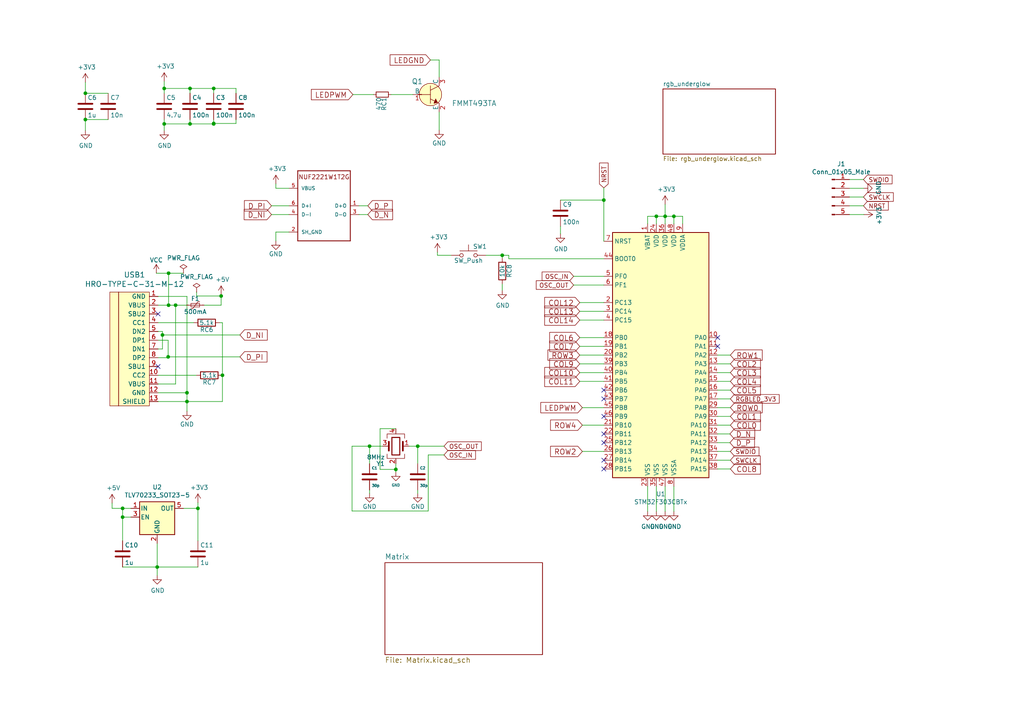
<source format=kicad_sch>
(kicad_sch (version 20211123) (generator eeschema)
  (paper "A4")
  (title_block (title "60% Pcb") (date "2023-07-28") (comment 1 "Designed by Vyom"))
  (lib_symbols
    (symbol "Connector:Conn_01x05_Male" (pin_names (offset 1.016) hide)
      (property "Reference" "J" (at 0 7.62 0))
      (property "Value" "Conn_01x05_Male" (at 0 -7.62 0))
      (symbol "Conn_01x05_Male_1_1"
        (polyline (pts (xy 1.27 -5.08) (xy 0.8636 -5.08)) (stroke (width 0.1524)))
        (polyline (pts (xy 1.27 -2.54) (xy 0.8636 -2.54)) (stroke (width 0.1524)))
        (polyline (pts (xy 1.27 0) (xy 0.8636 0)) (stroke (width 0.1524)))
        (polyline (pts (xy 1.27 2.54) (xy 0.8636 2.54)) (stroke (width 0.1524)))
        (polyline (pts (xy 1.27 5.08) (xy 0.8636 5.08)) (stroke (width 0.1524)))
        (rectangle (start 0.8636 -4.953) (end 0 -5.207) (stroke (width 0.1524)) (fill (type outline)))
        (rectangle (start 0.8636 -2.413) (end 0 -2.667) (stroke (width 0.1524)) (fill (type outline)))
        (rectangle (start 0.8636 0.127) (end 0 -0.127) (stroke (width 0.1524)) (fill (type outline)))
        (rectangle (start 0.8636 2.667) (end 0 2.413) (stroke (width 0.1524)) (fill (type outline)))
        (rectangle (start 0.8636 5.207) (end 0 4.953) (stroke (width 0.1524)) (fill (type outline)))
        (pin passive line (at 5.08 5.08 180) (length 3.81) (name "Pin_1") (number "1"))
        (pin passive line (at 5.08 2.54 180) (length 3.81) (name "Pin_2") (number "2"))
        (pin passive line (at 5.08 0 180) (length 3.81) (name "Pin_3") (number "3"))
        (pin passive line (at 5.08 -2.54 180) (length 3.81) (name "Pin_4") (number "4"))
        (pin passive line (at 5.08 -5.08 180) (length 3.81) (name "Pin_5") (number "5"))
      )
    )
    (symbol "MCU_ST_STM32F3:STM32F303CBTx"
      (property "Reference" "U" (at -15.24 36.83 0))
      (property "Value" "STM32F303CBTx" (at 7.62 36.83 0))
      (symbol "STM32F303CBTx_0_1"
        (rectangle (start -15.24 -35.56) (end 12.7 35.56) (stroke (width 0.254)) (fill (type background)))
      )
      (symbol "STM32F303CBTx_1_1"
        (pin power_in line (at -5.08 38.1 270) (length 2.54) (name "VBAT") (number "1"))
        (pin bidirectional line (at 15.24 5.08 180) (length 2.54) (name "PA0") (number "10"))
        (pin bidirectional line (at 15.24 2.54 180) (length 2.54) (name "PA1") (number "11"))
        (pin bidirectional line (at 15.24 0 180) (length 2.54) (name "PA2") (number "12"))
        (pin bidirectional line (at 15.24 -2.54 180) (length 2.54) (name "PA3") (number "13"))
        (pin bidirectional line (at 15.24 -5.08 180) (length 2.54) (name "PA4") (number "14"))
        (pin bidirectional line (at 15.24 -7.62 180) (length 2.54) (name "PA5") (number "15"))
        (pin bidirectional line (at 15.24 -10.16 180) (length 2.54) (name "PA6") (number "16"))
        (pin bidirectional line (at 15.24 -12.7 180) (length 2.54) (name "PA7") (number "17"))
        (pin bidirectional line (at -17.78 5.08 0) (length 2.54) (name "PB0") (number "18"))
        (pin bidirectional line (at -17.78 2.54 0) (length 2.54) (name "PB1") (number "19"))
        (pin bidirectional line (at -17.78 15.24 0) (length 2.54) (name "PC13") (number "2"))
        (pin bidirectional line (at -17.78 0 0) (length 2.54) (name "PB2") (number "20"))
        (pin bidirectional line (at -17.78 -20.32 0) (length 2.54) (name "PB10") (number "21"))
        (pin bidirectional line (at -17.78 -22.86 0) (length 2.54) (name "PB11") (number "22"))
        (pin power_in line (at -5.08 -38.1 90) (length 2.54) (name "VSS") (number "23"))
        (pin power_in line (at -2.54 38.1 270) (length 2.54) (name "VDD") (number "24"))
        (pin bidirectional line (at -17.78 -25.4 0) (length 2.54) (name "PB12") (number "25"))
        (pin bidirectional line (at -17.78 -27.94 0) (length 2.54) (name "PB13") (number "26"))
        (pin bidirectional line (at -17.78 -30.48 0) (length 2.54) (name "PB14") (number "27"))
        (pin bidirectional line (at -17.78 -33.02 0) (length 2.54) (name "PB15") (number "28"))
        (pin bidirectional line (at 15.24 -15.24 180) (length 2.54) (name "PA8") (number "29"))
        (pin bidirectional line (at -17.78 12.7 0) (length 2.54) (name "PC14") (number "3"))
        (pin bidirectional line (at 15.24 -17.78 180) (length 2.54) (name "PA9") (number "30"))
        (pin bidirectional line (at 15.24 -20.32 180) (length 2.54) (name "PA10") (number "31"))
        (pin bidirectional line (at 15.24 -22.86 180) (length 2.54) (name "PA11") (number "32"))
        (pin bidirectional line (at 15.24 -25.4 180) (length 2.54) (name "PA12") (number "33"))
        (pin bidirectional line (at 15.24 -27.94 180) (length 2.54) (name "PA13") (number "34"))
        (pin power_in line (at -2.54 -38.1 90) (length 2.54) (name "VSS") (number "35"))
        (pin power_in line (at 0 38.1 270) (length 2.54) (name "VDD") (number "36"))
        (pin bidirectional line (at 15.24 -30.48 180) (length 2.54) (name "PA14") (number "37"))
        (pin bidirectional line (at 15.24 -33.02 180) (length 2.54) (name "PA15") (number "38"))
        (pin bidirectional line (at -17.78 -2.54 0) (length 2.54) (name "PB3") (number "39"))
        (pin bidirectional line (at -17.78 10.16 0) (length 2.54) (name "PC15") (number "4"))
        (pin bidirectional line (at -17.78 -5.08 0) (length 2.54) (name "PB4") (number "40"))
        (pin bidirectional line (at -17.78 -7.62 0) (length 2.54) (name "PB5") (number "41"))
        (pin bidirectional line (at -17.78 -10.16 0) (length 2.54) (name "PB6") (number "42"))
        (pin bidirectional line (at -17.78 -12.7 0) (length 2.54) (name "PB7") (number "43"))
        (pin input line (at -17.78 27.94 0) (length 2.54) (name "BOOT0") (number "44"))
        (pin bidirectional line (at -17.78 -15.24 0) (length 2.54) (name "PB8") (number "45"))
        (pin bidirectional line (at -17.78 -17.78 0) (length 2.54) (name "PB9") (number "46"))
        (pin power_in line (at 0 -38.1 90) (length 2.54) (name "VSS") (number "47"))
        (pin power_in line (at 2.54 38.1 270) (length 2.54) (name "VDD") (number "48"))
        (pin input line (at -17.78 22.86 0) (length 2.54) (name "PF0") (number "5"))
        (pin input line (at -17.78 20.32 0) (length 2.54) (name "PF1") (number "6"))
        (pin input line (at -17.78 33.02 0) (length 2.54) (name "NRST") (number "7"))
        (pin power_in line (at 2.54 -38.1 90) (length 2.54) (name "VSSA") (number "8"))
        (pin power_in line (at 5.08 38.1 270) (length 2.54) (name "VDDA") (number "9"))
      )
    )
    (symbol "NUF2221W1T2G:NUF2221W1T2G" (pin_names (offset 1.016))
      (symbol "NUF2221W1T2G_0_0"
        (polyline (pts (xy -7.62 -12.7) (xy -7.62 7.62)) (stroke (width 0.254)))
        (polyline (pts (xy -7.62 7.62) (xy 7.62 7.62)) (stroke (width 0.254)))
        (polyline (pts (xy 7.62 -12.7) (xy -7.62 -12.7)) (stroke (width 0.254)))
        (polyline (pts (xy 7.62 7.62) (xy 7.62 -12.7)) (stroke (width 0.254)))
        (text "NUF2221W1T2G" (at 0 5.08 0) (effects (font (size 1.27 1.27)) (justify bottom)))
        (pin bidirectional line (at 10.16 -2.54 180) (length 2.54) (name "D+O") (number "1"))
        (pin output line (at -10.16 -10.16 0) (length 2.54) (name "SH_GND") (number "2"))
        (pin bidirectional line (at 10.16 -5.08 180) (length 2.54) (name "D-O") (number "3"))
        (pin bidirectional line (at -10.16 -5.08 0) (length 2.54) (name "D-I") (number "4"))
        (pin power_in line (at -10.16 2.54 0) (length 2.54) (name "VBUS") (number "5"))
        (pin bidirectional line (at -10.16 -2.54 0) (length 2.54) (name "D+I") (number "6"))
      )
    )
    (symbol "Type-C:HRO-TYPE-C-31-M-12" (pin_names (offset 1.016))
      (property "Reference" "USB" (at -5.08 16.51 0))
      (property "Value" "Type-C_HRO-TYPE-C-31-M-12" (at -10.16 -1.27 90))
      (symbol "HRO-TYPE-C-31-M-12_0_1"
        (rectangle (start -11.43 15.24) (end -8.89 -17.78) (fill (type background)))
        (rectangle (start 0 -17.78) (end -8.89 15.24) (fill (type background)))
      )
      (symbol "HRO-TYPE-C-31-M-12_1_1"
        (pin input line (at 2.54 13.97 180) (length 2.54) (name "GND") (number "1"))
        (pin input line (at 2.54 -8.89 180) (length 2.54) (name "CC2") (number "10"))
        (pin input line (at 2.54 -11.43 180) (length 2.54) (name "VBUS") (number "11"))
        (pin input line (at 2.54 -13.97 180) (length 2.54) (name "GND") (number "12"))
        (pin input line (at 2.54 -16.51 180) (length 2.54) (name "SHIELD") (number "13"))
        (pin input line (at 2.54 11.43 180) (length 2.54) (name "VBUS") (number "2"))
        (pin input line (at 2.54 8.89 180) (length 2.54) (name "SBU2") (number "3"))
        (pin input line (at 2.54 6.35 180) (length 2.54) (name "CC1") (number "4"))
        (pin input line (at 2.54 3.81 180) (length 2.54) (name "DN2") (number "5"))
        (pin input line (at 2.54 1.27 180) (length 2.54) (name "DP1") (number "6"))
        (pin input line (at 2.54 -1.27 180) (length 2.54) (name "DN1") (number "7"))
        (pin input line (at 2.54 -3.81 180) (length 2.54) (name "DP2") (number "8"))
        (pin input line (at 2.54 -6.35 180) (length 2.54) (name "SBU1") (number "9"))
      )
    )
    (symbol "co60-rescue:C" (pin_numbers hide) (pin_names (offset 0.254))
      (property "Reference" "C" (at 0.635 2.54 0))
      (property "Value" "C" (at 0.635 -2.54 0))
      (symbol "C_0_1"
        (polyline (pts (xy -2.032 -0.762) (xy 2.032 -0.762)) (stroke (width 0.508)))
        (polyline (pts (xy -2.032 0.762) (xy 2.032 0.762)) (stroke (width 0.508)))
      )
      (symbol "C_1_1"
        (pin passive line (at 0 3.81 270) (length 2.794) (name "~") (number "1"))
        (pin passive line (at 0 -3.81 90) (length 2.794) (name "~") (number "2"))
      )
    )
    (symbol "co60-rescue:Crystal_GND24" (pin_names (offset 1.016) hide)
      (property "Reference" "Y" (at 3.175 5.08 0))
      (property "Value" "Crystal_GND24" (at 3.175 3.175 0))
      (symbol "Crystal_GND24_0_1"
        (rectangle (start -1.143 2.54) (end 1.143 -2.54) (stroke (width 0.3048)))
        (polyline (pts (xy -2.54 0) (xy -2.032 0)))
        (polyline (pts (xy -2.032 -1.27) (xy -2.032 1.27)) (stroke (width 0.508)))
        (polyline (pts (xy 0 -3.81) (xy 0 -3.556)))
        (polyline (pts (xy 0 3.556) (xy 0 3.81)))
        (polyline (pts (xy 2.032 -1.27) (xy 2.032 1.27)) (stroke (width 0.508)))
        (polyline (pts (xy 2.032 0) (xy 2.54 0)))
        (polyline (pts (xy -2.54 -2.286) (xy -2.54 -3.556) (xy 2.54 -3.556) (xy 2.54 -2.286)))
        (polyline (pts (xy -2.54 2.286) (xy -2.54 3.556) (xy 2.54 3.556) (xy 2.54 2.286)))
      )
      (symbol "Crystal_GND24_1_1"
        (pin passive line (at -3.81 0 0) (length 1.27) (name "1") (number "1"))
        (pin passive line (at 0 5.08 270) (length 1.27) (name "2") (number "2"))
        (pin passive line (at 3.81 0 180) (length 1.27) (name "3") (number "3"))
        (pin passive line (at 0 -5.08 90) (length 1.27) (name "4") (number "4"))
      )
    )
    (symbol "co60-rescue:Polyfuse_Small" (pin_numbers hide) (pin_names (offset 0))
      (property "Reference" "F" (at -1.905 0 90))
      (property "Value" "Polyfuse_Small" (at 1.905 0 90))
      (symbol "Polyfuse_Small_0_1"
        (rectangle (start -0.508 1.27) (end 0.508 -1.27))
        (polyline (pts (xy 0 2.54) (xy 0 -2.54)))
        (polyline (pts (xy -1.016 1.27) (xy -1.016 0.762) (xy 1.016 -0.762) (xy 1.016 -1.27)))
      )
      (symbol "Polyfuse_Small_1_1"
        (pin passive line (at 0 2.54 270) (length 0.635) (name "~") (number "1"))
        (pin passive line (at 0 -2.54 90) (length 0.635) (name "~") (number "2"))
      )
    )
    (symbol "co60-rescue:R" (pin_numbers hide) (pin_names (offset 0))
      (property "Reference" "R" (at 2.032 0 90))
      (property "Value" "R" (at 0 0 90))
      (symbol "R_0_1"
        (rectangle (start -1.016 -2.54) (end 1.016 2.54) (stroke (width 0.254)))
      )
      (symbol "R_1_1"
        (pin passive line (at 0 3.81 270) (length 1.27) (name "~") (number "1"))
        (pin passive line (at 0 -3.81 90) (length 1.27) (name "~") (number "2"))
      )
    )
    (symbol "co60-rescue:R_Small" (pin_numbers hide) (pin_names (offset 0.254) hide)
      (property "Reference" "R" (at 0.762 0.508 0))
      (property "Value" "R_Small" (at 0.762 -1.016 0))
      (symbol "R_Small_0_1"
        (rectangle (start -0.762 1.778) (end 0.762 -1.778) (stroke (width 0.2032)))
      )
      (symbol "R_Small_1_1"
        (pin passive line (at 0 2.54 270) (length 0.762) (name "~") (number "1"))
        (pin passive line (at 0 -2.54 90) (length 0.762) (name "~") (number "2"))
      )
    )
    (symbol "co60-rescue:SW_Push" (pin_numbers hide) (pin_names (offset 1.016) hide)
      (property "Reference" "SW" (at 1.27 2.54 0))
      (property "Value" "SW_Push" (at 0 -1.524 0))
      (symbol "SW_Push_0_1"
        (circle (center -2.032 0) (radius 0.508))
        (polyline (pts (xy 0 1.27) (xy 0 3.048)))
        (polyline (pts (xy 2.54 1.27) (xy -2.54 1.27)))
        (circle (center 2.032 0) (radius 0.508))
        (pin passive line (at -5.08 0 0) (length 2.54) (name "1") (number "1"))
        (pin passive line (at 5.08 0 180) (length 2.54) (name "2") (number "2"))
      )
    )
    (symbol "co60-rescue:TLV70233_SOT23-5-Regulator_Linear" (pin_names (offset 0.254))
      (property "Reference" "U" (at -3.81 5.715 0))
      (property "Value" "TLV70233_SOT23-5-Regulator_Linear" (at 0 5.715 0))
      (symbol "TLV70233_SOT23-5-Regulator_Linear_0_1"
        (rectangle (start -5.08 4.445) (end 5.08 -5.08) (stroke (width 0.254)) (fill (type background)))
      )
      (symbol "TLV70233_SOT23-5-Regulator_Linear_1_1"
        (pin power_in line (at -7.62 2.54 0) (length 2.54) (name "IN") (number "1"))
        (pin power_in line (at 0 -7.62 90) (length 2.54) (name "GND") (number "2"))
        (pin input line (at -7.62 0 0) (length 2.54) (name "EN") (number "3"))
        (pin no_connect line (at 7.62 0 180) (length 2.54) hide (name "NC") (number "4"))
        (pin power_out line (at 7.62 2.54 180) (length 2.54) (name "OUT") (number "5"))
      )
    )
    (symbol "dk_Transistors-Bipolar-BJT-Single:FMMT493TA" (pin_names (offset 0))
      (property "Reference" "Q" (at -3.2004 4.2164 0))
      (property "Value" "dk_Transistors-Bipolar-BJT-Single_FMMT493TA" (at 5.2324 0 90))
      (symbol "FMMT493TA_0_1"
        (polyline (pts (xy -3.81 0) (xy -2.54 0)))
        (polyline (pts (xy -3.556 0) (xy 0 0)))
        (polyline (pts (xy 0 -1.27) (xy 2.54 -2.54)))
        (polyline (pts (xy 0 1.27) (xy 2.54 2.54)))
        (polyline (pts (xy 0 2.54) (xy 0 -2.54)))
        (polyline (pts (xy 1.524 -1.27) (xy 2.032 -2.286) (xy 1.016 -2.54) (xy 1.524 -1.27)) (fill (type outline)))
        (circle (center 0 0) (radius 3.2512) (fill (type background)))
      )
      (symbol "FMMT493TA_1_1"
        (pin input line (at -5.08 0 0) (length 2.54) (name "B") (number "1"))
        (pin passive line (at 2.54 -5.08 90) (length 2.54) (name "E") (number "2"))
        (pin passive line (at 2.54 5.08 270) (length 2.54) (name "C") (number "3"))
      )
    )
    (symbol "power:+3.3V" (power) (pin_names (offset 0))
      (property "Value" "+3.3V" (at 0 3.556 0))
      (symbol "+3.3V_0_1"
        (polyline (pts (xy -0.762 1.27) (xy 0 2.54)))
        (polyline (pts (xy 0 0) (xy 0 2.54)))
        (polyline (pts (xy 0 2.54) (xy 0.762 1.27)))
      )
      (symbol "+3.3V_1_1"
        (pin power_in line (at 0 0 90) (length 0) hide (name "+3V3") (number "1"))
      )
    )
    (symbol "power:+5V" (power) (pin_names (offset 0))
      (property "Value" "+5V" (at 0 3.556 0))
      (symbol "+5V_0_1"
        (polyline (pts (xy -0.762 1.27) (xy 0 2.54)))
        (polyline (pts (xy 0 0) (xy 0 2.54)))
        (polyline (pts (xy 0 2.54) (xy 0.762 1.27)))
      )
      (symbol "+5V_1_1"
        (pin power_in line (at 0 0 90) (length 0) hide (name "+5V") (number "1"))
      )
    )
    (symbol "power:GND" (power) (pin_names (offset 0))
      (property "Value" "GND" (at 0 -3.81 0))
      (symbol "GND_0_1"
        (polyline (pts (xy 0 0) (xy 0 -1.27) (xy 1.27 -1.27) (xy 0 -2.54) (xy -1.27 -1.27) (xy 0 -1.27)))
      )
      (symbol "GND_1_1"
        (pin power_in line (at 0 0 270) (length 0) hide (name "GND") (number "1"))
      )
    )
    (symbol "power:PWR_FLAG" (power) (pin_numbers hide) (pin_names (offset 0) hide)
      (property "Value" "PWR_FLAG" (at 0 3.81 0))
      (symbol "PWR_FLAG_0_0"
        (pin power_out line (at 0 0 90) (length 0) (name "pwr") (number "1"))
      )
      (symbol "PWR_FLAG_0_1"
        (polyline (pts (xy 0 0) (xy 0 1.27) (xy -1.016 1.905) (xy 0 2.54) (xy 1.016 1.905) (xy 0 1.27)))
      )
    )
    (symbol "power:VCC" (power) (pin_names (offset 0))
      (property "Value" "VCC" (at 0 3.81 0))
      (symbol "VCC_0_1"
        (polyline (pts (xy -0.762 1.27) (xy 0 2.54)))
        (polyline (pts (xy 0 0) (xy 0 2.54)))
        (polyline (pts (xy 0 2.54) (xy 0.762 1.27)))
      )
      (symbol "VCC_1_1"
        (pin power_in line (at 0 0 90) (length 0) hide (name "VCC") (number "1"))
      )
    )
  )
  (junction (at 24.765 34.671))
  (junction (at 50.927 88.519))
  (junction (at 55.118 25.654))
  (junction (at 35.56 149.987))
  (junction (at 121.158 129.413))
  (junction (at 195.453 62.738))
  (junction (at 54.229 116.459))
  (junction (at 61.976 25.654))
  (junction (at 145.669 74.041))
  (junction (at 61.976 35.814))
  (junction (at 57.404 147.447))
  (junction (at 64.516 108.839))
  (junction (at 190.373 62.738))
  (junction (at 55.118 35.941))
  (junction (at 47.117 97.155))
  (junction (at 61.976 35.941))
  (junction (at 64.135 85.852))
  (junction (at 175.133 58.039))
  (junction (at 47.625 25.654))
  (junction (at 114.808 136.144))
  (junction (at 45.593 164.465))
  (junction (at 47.625 35.941))
  (junction (at 24.765 27.051))
  (junction (at 107.188 129.413))
  (junction (at 35.56 147.447))
  (junction (at 48.768 103.505))
  (junction (at 192.913 62.738))
  (junction (at 48.895 88.519))
  (junction (at 54.229 113.919))
  (junction (at 48.895 79.248))
  (no_connect (at 175.133 113.157))
  (no_connect (at 175.133 136.017))
  (no_connect (at 208.153 97.917))
  (no_connect (at 45.847 91.059))
  (no_connect (at 175.133 133.477))
  (no_connect (at 175.133 115.697))
  (no_connect (at 45.847 106.299))
  (no_connect (at 175.133 125.857))
  (no_connect (at 208.153 100.457))
  (no_connect (at 175.133 128.397))
  (no_connect (at 175.133 120.777))
  (wire (pts (xy 64.516 116.459) (xy 54.229 116.459)))
  (wire (pts (xy 80.01 54.61) (xy 83.82 54.61)))
  (wire (pts (xy 50.927 88.519) (xy 50.927 111.379)))
  (wire (pts (xy 104.14 62.23) (xy 106.68 62.23)))
  (wire (pts (xy 126.873 74.041) (xy 126.873 73.152)))
  (wire (pts (xy 61.976 35.941) (xy 55.118 35.941)))
  (wire (pts (xy 107.188 129.413) (xy 110.998 129.413)))
  (wire (pts (xy 102.108 129.413) (xy 102.108 148.209)))
  (wire (pts (xy 47.117 96.139) (xy 47.117 97.155)))
  (wire (pts (xy 187.833 62.738) (xy 190.373 62.738)))
  (wire (pts (xy 104.14 59.69) (xy 106.68 59.69)))
  (wire (pts (xy 162.56 65.659) (xy 162.56 67.818)))
  (wire (pts (xy 50.927 88.519) (xy 54.102 88.519)))
  (wire (pts (xy 83.82 62.23) (xy 78.74 62.23)))
  (wire (pts (xy 53.213 79.248) (xy 48.895 79.248)))
  (wire (pts (xy 48.895 88.519) (xy 50.927 88.519)))
  (wire (pts (xy 47.625 25.654) (xy 47.625 27.051)))
  (wire (pts (xy 190.373 64.897) (xy 190.373 62.738)))
  (wire (pts (xy 64.516 93.599) (xy 64.516 108.839)))
  (wire (pts (xy 211.836 136.017) (xy 208.153 136.017)))
  (wire (pts (xy 114.808 134.493) (xy 114.808 136.144)))
  (wire (pts (xy 45.847 103.759) (xy 48.768 103.759)))
  (wire (pts (xy 102.108 129.413) (xy 107.188 129.413)))
  (wire (pts (xy 168.91 123.317) (xy 175.133 123.317)))
  (wire (pts (xy 208.153 125.857) (xy 211.709 125.857)))
  (wire (pts (xy 45.593 164.465) (xy 45.593 166.878)))
  (wire (pts (xy 208.153 128.397) (xy 211.709 128.397)))
  (wire (pts (xy 166.37 82.677) (xy 175.133 82.677)))
  (wire (pts (xy 45.847 113.919) (xy 54.229 113.919)))
  (wire (pts (xy 68.453 25.654) (xy 61.976 25.654)))
  (wire (pts (xy 24.765 23.876) (xy 24.765 27.051)))
  (wire (pts (xy 168.148 102.997) (xy 175.133 102.997)))
  (wire (pts (xy 168.148 110.617) (xy 175.133 110.617)))
  (wire (pts (xy 110.236 136.144) (xy 114.808 136.144)))
  (wire (pts (xy 208.153 133.477) (xy 211.836 133.477)))
  (wire (pts (xy 118.618 129.413) (xy 121.158 129.413)))
  (wire (pts (xy 69.596 103.505) (xy 48.768 103.505)))
  (wire (pts (xy 35.56 156.845) (xy 35.56 149.987)))
  (wire (pts (xy 47.625 34.671) (xy 47.625 35.941)))
  (wire (pts (xy 197.993 62.738) (xy 195.453 62.738)))
  (wire (pts (xy 208.153 123.317) (xy 211.836 123.317)))
  (wire (pts (xy 113.411 27.432) (xy 119.761 27.432)))
  (wire (pts (xy 208.153 120.777) (xy 211.836 120.777)))
  (wire (pts (xy 83.82 59.69) (xy 78.74 59.69)))
  (wire (pts (xy 211.836 110.617) (xy 208.153 110.617)))
  (wire (pts (xy 45.847 116.459) (xy 54.229 116.459)))
  (wire (pts (xy 124.206 148.209) (xy 124.206 131.953)))
  (wire (pts (xy 102.108 148.209) (xy 124.206 148.209)))
  (wire (pts (xy 57.404 164.465) (xy 45.593 164.465)))
  (wire (pts (xy 195.453 141.097) (xy 195.453 148.336)))
  (wire (pts (xy 121.158 142.113) (xy 121.158 143.129)))
  (wire (pts (xy 53.213 147.447) (xy 57.404 147.447)))
  (wire (pts (xy 114.808 124.333) (xy 110.236 124.333)))
  (wire (pts (xy 208.153 118.237) (xy 211.836 118.237)))
  (wire (pts (xy 35.56 147.447) (xy 37.973 147.447)))
  (wire (pts (xy 61.976 34.671) (xy 61.976 35.814)))
  (wire (pts (xy 195.453 64.897) (xy 195.453 62.738)))
  (wire (pts (xy 31.369 27.051) (xy 24.765 27.051)))
  (wire (pts (xy 127.381 17.399) (xy 127.381 22.352)))
  (wire (pts (xy 102.362 27.432) (xy 108.331 27.432)))
  (wire (pts (xy 107.188 142.113) (xy 107.188 143.129)))
  (wire (pts (xy 69.596 97.155) (xy 47.117 97.155)))
  (wire (pts (xy 35.56 149.987) (xy 35.56 147.447)))
  (wire (pts (xy 168.148 87.757) (xy 175.133 87.757)))
  (wire (pts (xy 124.841 17.399) (xy 127.381 17.399)))
  (wire (pts (xy 246.38 62.23) (xy 250.571 62.23)))
  (wire (pts (xy 57.023 84.709) (xy 57.023 85.852)))
  (wire (pts (xy 55.118 35.941) (xy 47.625 35.941)))
  (wire (pts (xy 47.625 35.941) (xy 47.625 37.846)))
  (wire (pts (xy 197.993 64.897) (xy 197.993 62.738)))
  (wire (pts (xy 45.847 98.679) (xy 48.768 98.679)))
  (wire (pts (xy 64.516 108.839) (xy 64.516 116.459)))
  (wire (pts (xy 168.148 92.837) (xy 175.133 92.837)))
  (wire (pts (xy 37.973 149.987) (xy 35.56 149.987)))
  (wire (pts (xy 64.135 85.471) (xy 64.135 85.852)))
  (wire (pts (xy 187.833 141.097) (xy 187.833 148.336)))
  (wire (pts (xy 24.765 34.671) (xy 24.765 37.846)))
  (wire (pts (xy 211.836 102.997) (xy 208.153 102.997)))
  (wire (pts (xy 45.593 157.607) (xy 45.593 164.465)))
  (wire (pts (xy 32.512 147.447) (xy 35.56 147.447)))
  (wire (pts (xy 195.453 62.738) (xy 192.913 62.738)))
  (wire (pts (xy 130.81 74.041) (xy 126.873 74.041)))
  (wire (pts (xy 140.97 74.041) (xy 145.669 74.041)))
  (wire (pts (xy 59.182 88.519) (xy 64.135 88.519)))
  (wire (pts (xy 246.38 59.69) (xy 250.444 59.69)))
  (wire (pts (xy 246.38 52.07) (xy 250.444 52.07)))
  (wire (pts (xy 45.847 96.139) (xy 47.117 96.139)))
  (wire (pts (xy 68.453 35.814) (xy 61.976 35.814)))
  (wire (pts (xy 168.91 130.937) (xy 175.133 130.937)))
  (wire (pts (xy 35.56 164.465) (xy 45.593 164.465)))
  (wire (pts (xy 121.158 129.413) (xy 128.778 129.413)))
  (wire (pts (xy 80.01 67.31) (xy 80.01 69.85)))
  (wire (pts (xy 175.133 58.039) (xy 162.56 58.039)))
  (wire (pts (xy 68.453 34.671) (xy 68.453 35.814)))
  (wire (pts (xy 45.847 88.519) (xy 48.895 88.519)))
  (wire (pts (xy 55.118 27.051) (xy 55.118 25.654)))
  (wire (pts (xy 57.404 147.447) (xy 57.404 145.796)))
  (wire (pts (xy 114.808 136.144) (xy 114.808 136.906)))
  (wire (pts (xy 68.453 27.051) (xy 68.453 25.654)))
  (wire (pts (xy 45.339 79.248) (xy 48.895 79.248)))
  (wire (pts (xy 48.768 103.505) (xy 48.768 103.759)))
  (wire (pts (xy 57.023 85.852) (xy 64.135 85.852)))
  (wire (pts (xy 45.847 85.979) (xy 54.229 85.979)))
  (wire (pts (xy 192.913 62.738) (xy 192.913 59.309)))
  (wire (pts (xy 246.38 57.15) (xy 250.444 57.15)))
  (wire (pts (xy 80.01 53.34) (xy 80.01 54.61)))
  (wire (pts (xy 211.836 108.077) (xy 208.153 108.077)))
  (wire (pts (xy 47.625 23.622) (xy 47.625 25.654)))
  (wire (pts (xy 166.37 80.137) (xy 175.133 80.137)))
  (wire (pts (xy 107.188 129.413) (xy 107.188 134.493)))
  (wire (pts (xy 47.117 97.155) (xy 47.117 101.219)))
  (wire (pts (xy 187.833 64.897) (xy 187.833 62.738)))
  (wire (pts (xy 121.158 134.493) (xy 121.158 129.413)))
  (wire (pts (xy 208.153 115.697) (xy 211.836 115.697)))
  (wire (pts (xy 63.754 93.599) (xy 64.516 93.599)))
  (wire (pts (xy 147.574 75.057) (xy 147.574 74.041)))
  (wire (pts (xy 55.118 25.654) (xy 47.625 25.654)))
  (wire (pts (xy 190.373 141.097) (xy 190.373 148.336)))
  (wire (pts (xy 54.229 116.459) (xy 54.229 119.253)))
  (wire (pts (xy 61.976 27.051) (xy 61.976 25.654)))
  (wire (pts (xy 192.913 64.897) (xy 192.913 62.738)))
  (wire (pts (xy 168.148 90.297) (xy 175.133 90.297)))
  (wire (pts (xy 110.236 124.333) (xy 110.236 136.144)))
  (wire (pts (xy 175.133 69.977) (xy 175.133 58.039)))
  (wire (pts (xy 45.847 93.599) (xy 56.134 93.599)))
  (wire (pts (xy 54.229 113.919) (xy 54.229 116.459)))
  (wire (pts (xy 145.669 74.041) (xy 145.669 74.803)))
  (wire (pts (xy 211.836 113.157) (xy 208.153 113.157)))
  (wire (pts (xy 168.148 97.917) (xy 175.133 97.917)))
  (wire (pts (xy 45.847 111.379) (xy 50.927 111.379)))
  (wire (pts (xy 64.135 85.852) (xy 64.135 88.519)))
  (wire (pts (xy 83.82 67.31) (xy 80.01 67.31)))
  (wire (pts (xy 175.133 118.237) (xy 168.91 118.237)))
  (wire (pts (xy 192.913 141.097) (xy 192.913 148.336)))
  (wire (pts (xy 57.404 156.845) (xy 57.404 147.447)))
  (wire (pts (xy 54.229 85.979) (xy 54.229 113.919)))
  (wire (pts (xy 31.369 34.671) (xy 24.765 34.671)))
  (wire (pts (xy 246.38 54.61) (xy 250.444 54.61)))
  (wire (pts (xy 208.153 130.937) (xy 211.836 130.937)))
  (wire (pts (xy 168.148 100.457) (xy 175.133 100.457)))
  (wire (pts (xy 147.574 74.041) (xy 145.669 74.041)))
  (wire (pts (xy 190.373 62.738) (xy 192.913 62.738)))
  (wire (pts (xy 48.768 98.679) (xy 48.768 103.505)))
  (wire (pts (xy 168.148 108.077) (xy 175.133 108.077)))
  (wire (pts (xy 127.381 32.512) (xy 127.381 37.719)))
  (wire (pts (xy 145.669 82.423) (xy 145.669 84.201)))
  (wire (pts (xy 55.118 34.671) (xy 55.118 35.941)))
  (wire (pts (xy 32.512 145.923) (xy 32.512 147.447)))
  (wire (pts (xy 175.133 75.057) (xy 147.574 75.057)))
  (wire (pts (xy 45.847 101.219) (xy 47.117 101.219)))
  (wire (pts (xy 175.133 54.483) (xy 175.133 58.039)))
  (wire (pts (xy 45.847 108.839) (xy 56.896 108.839)))
  (wire (pts (xy 61.976 35.814) (xy 61.976 35.941)))
  (wire (pts (xy 124.206 131.953) (xy 128.778 131.953)))
  (wire (pts (xy 61.976 25.654) (xy 55.118 25.654)))
  (wire (pts (xy 168.148 105.537) (xy 175.133 105.537)))
  (wire (pts (xy 208.153 105.537) (xy 211.836 105.537)))
  (wire (pts (xy 48.895 79.248) (xy 48.895 88.519)))
  (global_label "COL7" (shape input) (at 168.148 100.457 180) (effects (font (size 1.524 1.524))) (property "Intersheet References" "${INTERSHEET_REFS}" (effects hide)))
  (global_label "COL4" (shape input) (at 211.836 110.617 0) (effects (font (size 1.524 1.524))) (property "Intersheet References" "${INTERSHEET_REFS}" (effects hide)))
  (global_label "LEDPWM" (shape input) (at 168.91 118.237 180) (effects (font (size 1.524 1.524))) (property "Intersheet References" "${INTERSHEET_REFS}" (effects hide)))
  (global_label "NRST" (shape input) (at 250.444 59.69 0) (property "Intersheet References" "${INTERSHEET_REFS}" (effects hide)))
  (global_label "COL8" (shape input) (at 211.836 136.017 0) (effects (font (size 1.524 1.524))) (property "Intersheet References" "${INTERSHEET_REFS}" (effects hide)))
  (global_label "ROW2" (shape input) (at 168.91 130.937 180) (effects (font (size 1.524 1.524))) (property "Intersheet References" "${INTERSHEET_REFS}" (effects hide)))
  (global_label "COL6" (shape input) (at 168.148 97.917 180) (effects (font (size 1.524 1.524))) (property "Intersheet References" "${INTERSHEET_REFS}" (effects hide)))
  (global_label "COL3" (shape input) (at 211.836 108.077 0) (effects (font (size 1.524 1.524))) (property "Intersheet References" "${INTERSHEET_REFS}" (effects hide)))
  (global_label "D_PI" (shape input) (at 78.74 59.69 180) (effects (font (size 1.524 1.524))) (property "Intersheet References" "${INTERSHEET_REFS}" (effects hide)))
  (global_label "OSC_OUT" (shape input) (at 128.778 129.413 0) (property "Intersheet References" "${INTERSHEET_REFS}" (effects hide)))
  (global_label "D_NI" (shape input) (at 78.74 62.23 180) (effects (font (size 1.524 1.524))) (property "Intersheet References" "${INTERSHEET_REFS}" (effects hide)))
  (global_label "SWCLK" (shape input) (at 211.836 133.477 0) (property "Intersheet References" "${INTERSHEET_REFS}" (effects hide)))
  (global_label "COL10" (shape input) (at 168.148 108.077 180) (effects (font (size 1.524 1.524))) (property "Intersheet References" "${INTERSHEET_REFS}" (effects hide)))
  (global_label "COL5" (shape input) (at 211.836 113.157 0) (effects (font (size 1.524 1.524))) (property "Intersheet References" "${INTERSHEET_REFS}" (effects hide)))
  (global_label "D_N" (shape input) (at 106.68 62.23 0) (effects (font (size 1.524 1.524))) (property "Intersheet References" "${INTERSHEET_REFS}" (effects hide)))
  (global_label "ROW4" (shape input) (at 168.91 123.317 180) (effects (font (size 1.524 1.524))) (property "Intersheet References" "${INTERSHEET_REFS}" (effects hide)))
  (global_label "SWDIO" (shape input) (at 211.836 130.937 0) (property "Intersheet References" "${INTERSHEET_REFS}" (effects hide)))
  (global_label "COL0" (shape input) (at 211.836 123.317 0) (effects (font (size 1.524 1.524))) (property "Intersheet References" "${INTERSHEET_REFS}" (effects hide)))
  (global_label "D_N" (shape input) (at 211.709 125.857 0) (effects (font (size 1.524 1.524))) (property "Intersheet References" "${INTERSHEET_REFS}" (effects hide)))
  (global_label "D_NI" (shape input) (at 69.596 97.155 0) (effects (font (size 1.524 1.524))) (property "Intersheet References" "${INTERSHEET_REFS}" (effects hide)))
  (global_label "D_P" (shape input) (at 106.68 59.69 0) (effects (font (size 1.524 1.524))) (property "Intersheet References" "${INTERSHEET_REFS}" (effects hide)))
  (global_label "LEDPWM" (shape input) (at 102.362 27.432 180) (effects (font (size 1.524 1.524))) (property "Intersheet References" "${INTERSHEET_REFS}" (effects hide)))
  (global_label "ROW0" (shape input) (at 211.836 118.237 0) (effects (font (size 1.524 1.524))) (property "Intersheet References" "${INTERSHEET_REFS}" (effects hide)))
  (global_label "ROW1" (shape input) (at 211.836 102.997 0) (effects (font (size 1.524 1.524))) (property "Intersheet References" "${INTERSHEET_REFS}" (effects hide)))
  (global_label "RGBLED_3V3" (shape input) (at 211.836 115.697 0) (property "Intersheet References" "${INTERSHEET_REFS}" (effects hide)))
  (global_label "LEDGND" (shape input) (at 124.841 17.399 180) (effects (font (size 1.524 1.524))) (property "Intersheet References" "${INTERSHEET_REFS}" (effects hide)))
  (global_label "SWCLK" (shape input) (at 250.444 57.15 0) (property "Intersheet References" "${INTERSHEET_REFS}" (effects hide)))
  (global_label "SWDIO" (shape input) (at 250.444 52.07 0) (property "Intersheet References" "${INTERSHEET_REFS}" (effects hide)))
  (global_label "COL13" (shape input) (at 168.148 90.297 180) (effects (font (size 1.524 1.524))) (property "Intersheet References" "${INTERSHEET_REFS}" (effects hide)))
  (global_label "COL2" (shape input) (at 211.836 105.537 0) (effects (font (size 1.524 1.524))) (property "Intersheet References" "${INTERSHEET_REFS}" (effects hide)))
  (global_label "COL11" (shape input) (at 168.148 110.617 180) (effects (font (size 1.524 1.524))) (property "Intersheet References" "${INTERSHEET_REFS}" (effects hide)))
  (global_label "D_PI" (shape input) (at 69.596 103.505 0) (effects (font (size 1.524 1.524))) (property "Intersheet References" "${INTERSHEET_REFS}" (effects hide)))
  (global_label "D_P" (shape input) (at 211.709 128.397 0) (effects (font (size 1.524 1.524))) (property "Intersheet References" "${INTERSHEET_REFS}" (effects hide)))
  (global_label "NRST" (shape input) (at 175.133 54.483 90) (property "Intersheet References" "${INTERSHEET_REFS}" (effects hide)))
  (global_label "OSC_OUT" (shape input) (at 166.37 82.677 180) (property "Intersheet References" "${INTERSHEET_REFS}" (effects hide)))
  (global_label "OSC_IN" (shape input) (at 128.778 131.953 0) (property "Intersheet References" "${INTERSHEET_REFS}" (effects hide)))
  (global_label "COL14" (shape input) (at 168.148 92.837 180) (effects (font (size 1.524 1.524))) (property "Intersheet References" "${INTERSHEET_REFS}" (effects hide)))
  (global_label "COL9" (shape input) (at 168.148 105.537 180) (effects (font (size 1.524 1.524))) (property "Intersheet References" "${INTERSHEET_REFS}" (effects hide)))
  (global_label "COL12" (shape input) (at 168.148 87.757 180) (effects (font (size 1.524 1.524))) (property "Intersheet References" "${INTERSHEET_REFS}" (effects hide)))
  (global_label "ROW3" (shape input) (at 168.148 102.997 180) (effects (font (size 1.524 1.524))) (property "Intersheet References" "${INTERSHEET_REFS}" (effects hide)))
  (global_label "COL1" (shape input) (at 211.836 120.777 0) (effects (font (size 1.524 1.524))) (property "Intersheet References" "${INTERSHEET_REFS}" (effects hide)))
  (global_label "OSC_IN" (shape input) (at 166.37 80.137 180) (property "Intersheet References" "${INTERSHEET_REFS}" (effects hide)))
  (symbol (lib_id "co60-rescue:C") (at 107.188 138.303 0) (unit 1)
    (property "Reference" "C1" (at 107.823 135.763 0) (effects (font (size 0.762 0.762)) (justify left)))
    (property "Value" "30p" (at 107.823 140.843 0) (effects (font (size 0.762 0.762)) (justify left)))
    (property "Footprint" "Capacitor_SMD:C_0603_1608Metric" (effects hide))
    (property "Datasheet" "https://datasheet.lcsc.com/szlcsc/Samsung-Electro-Mechanics-CL10C300JB8NNNC_C22397.pdf" (effects hide))
    (property "Product" "CL10C300JB8NNNC" (effects hide))
    (property "LCSC PN" "C22397" (effects hide))
  )
  (symbol (lib_id "co60-rescue:C") (at 121.158 138.303 0) (unit 1)
    (property "Reference" "C2" (at 121.793 135.763 0) (effects (font (size 0.762 0.762)) (justify left)))
    (property "Value" "30p" (at 121.793 140.843 0) (effects (font (size 0.762 0.762)) (justify left)))
    (property "Footprint" "Capacitor_SMD:C_0603_1608Metric" (effects hide))
    (property "Datasheet" "https://datasheet.lcsc.com/szlcsc/Samsung-Electro-Mechanics-CL10C300JB8NNNC_C22397.pdf" (effects hide))
    (property "Product" "CL10C300JB8NNNC" (effects hide))
    (property "LCSC PN" "C22397" (effects hide))
  )
  (symbol (lib_id "power:GND") (at 121.158 143.129 0) (unit 1)
    (property "Reference" "#PWR01" (effects hide))
    (property "Value" "GND" (at 121.158 146.939 0))
  )
  (symbol (lib_id "power:GND") (at 107.188 143.129 0) (unit 1)
    (property "Reference" "#PWR02" (effects hide))
    (property "Value" "GND" (at 107.188 146.939 0))
  )
  (symbol (lib_id "power:GND") (at 127.381 37.719 0) (unit 1)
    (property "Reference" "#PWR010" (effects hide))
    (property "Value" "GND" (at 127.381 41.529 0))
  )
  (symbol (lib_id "co60-rescue:R_Small") (at 110.871 27.432 270) (unit 1)
    (property "Reference" "RC1" (at 111.379 28.194 0) (effects (justify left)))
    (property "Value" "470" (at 109.855 28.194 0) (effects (justify left)))
    (property "Footprint" "Resistor_SMD:R_0603_1608Metric" (effects hide))
    (property "Datasheet" "https://datasheet.lcsc.com/szlcsc/YAGEO-RC0603JR-07470RL_C114433.pdf" (effects hide))
    (property "Product" "RC0603JR-07470RL" (effects hide))
    (property "LCSC PN" "C114433" (effects hide))
  )
  (symbol (lib_id "co60-rescue:Crystal_GND24") (at 114.808 129.413 180) (unit 1)
    (property "Reference" "Y1" (at 111.633 134.493 0) (effects (justify left)))
    (property "Value" "8MHz" (at 111.633 132.588 0) (effects (justify left)))
    (property "Footprint" "Crystals:Crystal_SMD_5032-4pin_5.0x3.2mm" (effects hide))
    (property "Datasheet" "https://lcsc.com/product-detail/SMD-Crystals_SMD-5032-4P-8M-20pf-20ppm_C133333.html" (effects hide))
    (property "Product" "Zhejiang Abel Elec SMD-5032_4P8M20pf20ppm" (effects hide))
    (property "LCSC PN" "C133333" (effects hide))
  )
  (symbol (lib_id "dk_Transistors-Bipolar-BJT-Single:FMMT493TA") (at 124.841 27.432 0) (unit 1)
    (property "Reference" "Q1" (at 121.031 23.622 0) (effects (font (size 1.524 1.524))))
    (property "Value" "FMMT493TA" (at 137.541 29.972 0) (effects (font (size 1.524 1.524))))
    (property "Footprint" "digikey-footprints:SOT-23-3" (effects hide))
    (property "Datasheet" "https://www.diodes.com/assets/Datasheets/FMMT493.pdf" (effects hide))
    (property "Digi-Key_PN" "FMMT493CT-ND" (effects hide))
    (property "MPN" "FMMT493TA" (effects hide))
    (property "Category" "Discrete Semiconductor Products" (effects hide))
    (property "Family" "Transistors - Bipolar (BJT) - Single" (effects hide))
    (property "DK_Datasheet_Link" "https://www.diodes.com/assets/Datasheets/FMMT493.pdf" (effects hide))
    (property "DK_Detail_Page" "/product-detail/en/diodes-incorporated/FMMT493TA/FMMT493CT-ND/92663" (effects hide))
    (property "Description" "TRANS NPN 100V 1A SOT23-3" (effects hide))
    (property "Manufacturer" "Diodes Incorporated" (effects hide))
    (property "Status" "Active" (effects hide))
    (property "Product" "FMMT493TA" (effects hide))
    (property "LCSC PN" "C47296" (effects hide))
  )
  (symbol (lib_id "power:GND") (at 114.808 136.906 0) (unit 1)
    (property "Reference" "#PWR06" (effects hide))
    (property "Value" "GND" (at 114.808 140.716 0) (effects (font (size 0.762 0.762))))
  )
  (symbol (lib_id "Type-C:HRO-TYPE-C-31-M-12") (at 43.307 99.949 0) (unit 1)
    (property "Reference" "USB1" (at 39.0144 79.7052 0) (effects (font (size 1.524 1.524))))
    (property "Value" "HRO-TYPE-C-31-M-12" (at 39.0144 82.3976 0) (effects (font (size 1.524 1.524))))
    (property "Footprint" "Type-C:HRO-TYPE-C-31-M-12-Assembly" (effects hide))
    (property "Datasheet" "https://datasheet.lcsc.com/szlcsc/Korean-Hroparts-Elec-TYPE-C-31-M-12_C165948.pdf" (effects hide))
    (property "LCSC PN" "C165948" (effects hide))
  )
  (symbol (lib_id "co60-rescue:Polyfuse_Small") (at 56.642 88.519 270) (unit 1)
    (property "Reference" "F1" (at 56.642 86.614 90))
    (property "Value" "500mA" (at 56.642 90.424 90))
    (property "Footprint" "Resistors_SMD:R_0805" (effects hide))
    (property "Datasheet" "http://www.littelfuse.com/~/media/electronics/datasheets/resettable_ptcs/littelfuse_ptc_0805l_datasheet.pdf.pdf" (effects hide))
    (property "Product" "0805L050WR" (effects hide))
    (property "Digi-Key_PN" "F2772CT-ND" (effects hide))
    (property "LCSC PN" "C66452" (effects hide))
  )
  (symbol (lib_id "power:VCC") (at 45.339 79.248 0) (unit 1)
    (property "Reference" "#PWR0103" (effects hide))
    (property "Value" "VCC" (at 45.339 75.438 0))
  )
  (symbol (lib_id "power:GND") (at 54.229 119.253 0) (unit 1)
    (property "Reference" "#PWR0101" (effects hide))
    (property "Value" "GND" (at 54.229 123.063 0))
  )
  (symbol (lib_id "co60-rescue:R") (at 59.944 93.599 270) (unit 1)
    (property "Reference" "RC6" (at 59.944 95.631 90))
    (property "Value" "5.1k" (at 59.944 93.599 90))
    (property "Footprint" "Resistors_SMD:R_0603" (effects hide))
    (property "Datasheet" "https://www.seielect.com/Catalog/SEI-RMCF_RMCP.pdf" (effects hide))
    (property "Product" "RMCF0603JT5K10" (effects hide))
    (property "Digi-Key_PN" "RMCF0603JT5K10CT-ND" (effects hide))
    (property "LCSC PN" "C14677" (effects hide))
  )
  (symbol (lib_id "co60-rescue:R") (at 60.706 108.839 270) (unit 1)
    (property "Reference" "RC7" (at 60.706 110.871 90))
    (property "Value" "5.1k" (at 60.706 108.839 90))
    (property "Footprint" "Resistors_SMD:R_0603" (effects hide))
    (property "Product" "RMCF0603JT5K10" (effects hide))
    (property "LCSC PN" "C14677" (effects hide))
  )
  (symbol (lib_id "MCU_ST_STM32F3:STM32F303CBTx") (at 192.913 102.997 0) (unit 1)
    (property "Reference" "U1" (at 191.643 143.2814 0))
    (property "Value" "STM32F303CBTx" (at 191.643 145.5928 0))
    (property "Footprint" "Housings_QFP:LQFP-48_7x7mm_Pitch0.5mm" (effects hide))
    (property "Datasheet" "http://www.st.com/st-web-ui/static/active/en/resource/technical/document/datasheet/DM00058181.pdf" (effects hide))
    (property "LCSC PN" "C108516" (effects hide))
  )
  (symbol (lib_id "co60-rescue:TLV70233_SOT23-5-Regulator_Linear") (at 45.593 149.987 0) (unit 1)
    (property "Reference" "U2" (at 45.593 141.3002 0))
    (property "Value" "TLV70233_SOT23-5" (at 45.593 143.6116 0))
    (property "Footprint" "TO_SOT_Packages_SMD:SOT-23-5" (effects hide))
    (property "Datasheet" "http://www.ti.com/lit/ds/symlink/tlv702.pdf" (effects hide))
    (property "LCSC PN" "C26833" (effects hide))
  )
  (symbol (lib_id "power:GND") (at 45.593 166.878 0) (unit 1)
    (property "Reference" "#PWR0107" (effects hide))
    (property "Value" "GND" (at 45.72 171.2722 0))
  )
  (symbol (lib_id "power:+5V") (at 64.135 85.471 0) (unit 1)
    (property "Reference" "#PWR0104" (effects hide))
    (property "Value" "+5V" (at 64.516 81.0768 0))
  )
  (symbol (lib_id "power:+5V") (at 32.512 145.923 0) (unit 1)
    (property "Reference" "#PWR0105" (effects hide))
    (property "Value" "+5V" (at 32.893 141.5288 0))
  )
  (symbol (lib_id "power:+3.3V") (at 57.404 145.796 0) (unit 1)
    (property "Reference" "#PWR0106" (effects hide))
    (property "Value" "+3.3V" (at 57.785 141.4018 0))
  )
  (symbol (lib_id "Connector:Conn_01x05_Male") (at 241.3 57.15 0) (unit 1)
    (property "Reference" "J1" (at 243.9924 47.5488 0))
    (property "Value" "Conn_01x05_Male" (at 243.9924 49.8602 0))
    (property "Footprint" "Connector_PinHeader_2.54mm:PinHeader_1x05_P2.54mm_Vertical" (effects hide))
    (property "Config" "dnf" (effects hide))
  )
  (symbol (lib_id "power:GND") (at 250.444 54.61 90) (unit 1)
    (property "Reference" "#PWR0122" (effects hide))
    (property "Value" "GND" (at 254.8382 54.483 0))
  )
  (symbol (lib_id "power:+3.3V") (at 250.571 62.23 270) (unit 1)
    (property "Reference" "#PWR0123" (effects hide))
    (property "Value" "+3.3V" (at 254.9652 62.611 0))
  )
  (symbol (lib_id "NUF2221W1T2G:NUF2221W1T2G") (at 93.98 57.15 0) (unit 1)
    (property "Reference" "U3" (effects hide))
    (property "Value" "NUF2221W1T2G" (effects hide))
    (property "Footprint" "digikey-footprints:SOT-363" (effects hide))
    (property "Datasheet" "http://www.onsemi.com/pub/Collateral/NUF2221W1T2-D.PDF" (effects hide))
    (property "LCSC PN" "C274624" (effects hide))
  )
  (symbol (lib_id "power:GND") (at 80.01 69.85 0) (unit 1)
    (property "Reference" "#PWR0102" (effects hide))
    (property "Value" "GND" (at 80.01 73.66 0))
  )
  (symbol (lib_id "power:+3.3V") (at 80.01 53.34 0) (unit 1)
    (property "Reference" "#PWR0120" (effects hide))
    (property "Value" "+3.3V" (at 80.391 48.9458 0))
  )
  (symbol (lib_id "power:+3.3V") (at 192.913 59.309 0) (unit 1)
    (property "Reference" "#PWR0108" (effects hide))
    (property "Value" "+3.3V" (at 193.294 54.9148 0))
  )
  (symbol (lib_id "power:+3.3V") (at 24.765 23.876 0) (unit 1)
    (property "Reference" "#PWR0109" (effects hide))
    (property "Value" "+3.3V" (at 25.146 19.4818 0))
  )
  (symbol (lib_id "co60-rescue:C") (at 24.765 30.861 0) (unit 1)
    (property "Reference" "C6" (at 25.4 28.321 0) (effects (justify left)))
    (property "Value" "1u" (at 25.4 33.401 0) (effects (justify left)))
    (property "Footprint" "Capacitor_SMD:C_0603_1608Metric" (effects hide))
    (property "Datasheet" "https://product.tdk.com/info/en/catalog/datasheets/mlcc_commercial_lowprofile_en.pdf" (effects hide))
    (property "Product" "CGB3B3JB1C105K055AB" (effects hide))
    (property "Digi-Key_PN" "445-13234-1-ND" (effects hide))
    (property "LCSC PN" "C59782" (effects hide))
  )
  (symbol (lib_id "co60-rescue:C") (at 31.369 30.861 0) (unit 1)
    (property "Reference" "C7" (at 32.004 28.321 0) (effects (justify left)))
    (property "Value" "10n" (at 32.004 33.401 0) (effects (justify left)))
    (property "Footprint" "Capacitor_SMD:C_0603_1608Metric" (effects hide))
    (property "Datasheet" "https://datasheet.lcsc.com/szlcsc/Samsung-Electro-Mechanics-CL10B103KB8NNNC_C1589.pdf" (effects hide))
    (property "Product" "CL10B103KB8NNNC" (effects hide))
    (property "LCSC PN" "C1589" (effects hide))
  )
  (symbol (lib_id "power:GND") (at 24.765 37.846 0) (unit 1)
    (property "Reference" "#PWR0110" (effects hide))
    (property "Value" "GND" (at 24.892 42.2402 0))
  )
  (symbol (lib_id "power:+3.3V") (at 47.625 23.622 0) (unit 1)
    (property "Reference" "#PWR0111" (effects hide))
    (property "Value" "+3.3V" (at 48.006 19.2278 0))
  )
  (symbol (lib_id "power:GND") (at 187.833 148.336 0) (unit 1)
    (property "Reference" "#PWR0112" (effects hide))
    (property "Value" "GND" (at 187.96 152.7302 0))
  )
  (symbol (lib_id "power:GND") (at 190.373 148.336 0) (unit 1)
    (property "Reference" "#PWR0113" (effects hide))
    (property "Value" "GND" (at 190.5 152.7302 0))
  )
  (symbol (lib_id "power:GND") (at 192.913 148.336 0) (unit 1)
    (property "Reference" "#PWR0114" (effects hide))
    (property "Value" "GND" (at 193.04 152.7302 0))
  )
  (symbol (lib_id "power:GND") (at 195.453 148.336 0) (unit 1)
    (property "Reference" "#PWR0115" (effects hide))
    (property "Value" "GND" (at 195.58 152.7302 0))
  )
  (symbol (lib_id "co60-rescue:C") (at 61.976 30.861 0) (unit 1)
    (property "Reference" "C3" (at 62.611 28.321 0) (effects (justify left)))
    (property "Value" "100n" (at 62.611 33.401 0) (effects (justify left)))
    (property "Footprint" "Capacitor_SMD:C_0603_1608Metric" (effects hide))
    (property "Datasheet" "https://product.tdk.com/info/en/catalog/datasheets/mlcc_commercial_hightemp_en.pdf" (effects hide))
    (property "Product" "C1608X8R1E104K080AA" (effects hide))
    (property "Digi-Key_PN" "445-2500-1-ND" (effects hide))
    (property "LCSC PN" "C1590" (effects hide))
  )
  (symbol (lib_id "co60-rescue:C") (at 55.118 30.861 0) (unit 1)
    (property "Reference" "C4" (at 55.753 28.321 0) (effects (justify left)))
    (property "Value" "100n" (at 55.753 33.401 0) (effects (justify left)))
    (property "Footprint" "Capacitor_SMD:C_0603_1608Metric" (effects hide))
    (property "Datasheet" "https://product.tdk.com/info/en/catalog/datasheets/mlcc_commercial_hightemp_en.pdf" (effects hide))
    (property "Product" "C1608X8R1E104K080AA" (effects hide))
    (property "Digi-Key_PN" "445-2500-1-ND" (effects hide))
    (property "LCSC PN" "C1590" (effects hide))
  )
  (symbol (lib_id "co60-rescue:C") (at 47.625 30.861 0) (unit 1)
    (property "Reference" "C5" (at 48.26 28.321 0) (effects (justify left)))
    (property "Value" "4.7u" (at 48.26 33.401 0) (effects (justify left)))
    (property "Footprint" "Capacitor_SMD:C_0603_1608Metric" (effects hide))
    (property "Datasheet" "http://www.samsungsem.com/kr/support/product-search/mlcc/__icsFiles/afieldfile/2016/12/21/CL10A475KA8NQNC_161221.pdf" (effects hide))
    (property "Product" "CL10A475KA8NQNC" (effects hide))
    (property "Digi-Key_PN" "1276-1900-1-ND" (effects hide))
    (property "LCSC PN" "C19666" (effects hide))
  )
  (symbol (lib_id "power:GND") (at 47.625 37.846 0) (unit 1)
    (property "Reference" "#PWR0116" (effects hide))
    (property "Value" "GND" (at 47.752 42.2402 0))
  )
  (symbol (lib_id "co60-rescue:R") (at 145.669 78.613 0) (unit 1)
    (property "Reference" "RC8" (at 147.701 78.613 90))
    (property "Value" "10k" (at 145.669 78.613 90))
    (property "Footprint" "Resistors_SMD:R_0603" (effects hide))
    (property "Datasheet" "https://industrial.panasonic.com/ww/products/resistors/chip-resistors/general-purpose-chip-resistors/thick-film-chip-resistors/ERJ3GEYJ103V" (effects hide))
    (property "Product" "ERJ-3GEYJ103V" (effects hide))
    (property "Digi-Key_PN" "P10KGCT-ND" (effects hide))
    (property "LCSC PN" "C98220" (effects hide))
  )
  (symbol (lib_id "power:GND") (at 145.669 84.201 0) (unit 1)
    (property "Reference" "#PWR0117" (effects hide))
    (property "Value" "GND" (at 145.796 88.5952 0))
  )
  (symbol (lib_id "co60-rescue:SW_Push") (at 135.89 74.041 0) (unit 1)
    (property "Reference" "SW1" (at 137.16 71.501 0) (effects (justify left)))
    (property "Value" "SW_Push" (at 135.89 75.565 0))
    (property "Footprint" "Buttons_Switches_SMD:SW_SPST_TL3342" (effects hide))
    (property "Datasheet" "https://www.e-switch.com/system/asset/product_line/data_sheet/165/TL3342.pdf" (effects hide))
    (property "Product" "TL3342F160QG/TR" (effects hide))
    (property "DigiKey Page" "https://www.digikey.ca/product-detail/en/e-switch/TL3342F160QG-TR/EG2531CT-ND/379004" (effects hide))
    (property "Digi-Key_PN" "EG2531CT-ND" (effects hide))
    (property "LCSC PN" "C92584" (effects hide))
  )
  (symbol (lib_id "power:+3.3V") (at 126.873 73.152 0) (unit 1)
    (property "Reference" "#PWR0118" (effects hide))
    (property "Value" "+3.3V" (at 127.254 68.7578 0))
  )
  (symbol (lib_id "co60-rescue:C") (at 162.56 61.849 0) (unit 1)
    (property "Reference" "C9" (at 163.195 59.309 0) (effects (justify left)))
    (property "Value" "100n" (at 163.195 64.389 0) (effects (justify left)))
    (property "Footprint" "Capacitor_SMD:C_0603_1608Metric" (effects hide))
    (property "Datasheet" "https://product.tdk.com/info/en/catalog/datasheets/mlcc_commercial_hightemp_en.pdf" (effects hide))
    (property "Product" "C1608X8R1E104K080AA" (effects hide))
    (property "Digi-Key_PN" "445-2500-1-ND" (effects hide))
  )
  (symbol (lib_id "power:GND") (at 162.56 67.818 0) (unit 1)
    (property "Reference" "#PWR0119" (effects hide))
    (property "Value" "GND" (at 162.687 72.2122 0))
  )
  (symbol (lib_id "co60-rescue:C") (at 68.453 30.861 0) (unit 1)
    (property "Reference" "C8" (at 69.088 28.321 0) (effects (justify left)))
    (property "Value" "100n" (at 69.088 33.401 0) (effects (justify left)))
    (property "Footprint" "Capacitor_SMD:C_0603_1608Metric" (effects hide))
    (property "Datasheet" "https://product.tdk.com/info/en/catalog/datasheets/mlcc_commercial_hightemp_en.pdf" (effects hide))
    (property "Product" "C1608X8R1E104K080AA" (effects hide))
    (property "Digi-Key_PN" "445-2500-1-ND" (effects hide))
    (property "LCSC PN" "C1590" (effects hide))
  )
  (symbol (lib_id "power:PWR_FLAG") (at 53.213 79.248 0) (unit 1)
    (property "Reference" "#FLG0101" (effects hide))
    (property "Value" "PWR_FLAG" (at 53.213 74.8284 0))
  )
  (symbol (lib_id "power:PWR_FLAG") (at 57.023 84.709 0) (unit 1)
    (property "Reference" "#FLG0103" (effects hide))
    (property "Value" "PWR_FLAG" (at 57.023 80.2894 0))
  )
  (symbol (lib_id "co60-rescue:C") (at 35.56 160.655 0) (unit 1)
    (property "Reference" "C10" (at 36.195 158.115 0) (effects (justify left)))
    (property "Value" "1u" (at 36.195 163.195 0) (effects (justify left)))
    (property "Footprint" "Capacitor_SMD:C_0603_1608Metric" (effects hide))
    (property "Datasheet" "https://product.tdk.com/info/en/catalog/datasheets/mlcc_commercial_lowprofile_en.pdf" (effects hide))
    (property "Product" "CGB3B3JB1C105K055AB" (effects hide))
    (property "Digi-Key_PN" "445-13234-1-ND" (effects hide))
    (property "LCSC PN" "C59782" (effects hide))
  )
  (symbol (lib_id "co60-rescue:C") (at 57.404 160.655 0) (unit 1)
    (property "Reference" "C11" (at 58.039 158.115 0) (effects (justify left)))
    (property "Value" "1u" (at 58.039 163.195 0) (effects (justify left)))
    (property "Footprint" "Capacitor_SMD:C_0603_1608Metric" (effects hide))
    (property "Datasheet" "https://product.tdk.com/info/en/catalog/datasheets/mlcc_commercial_lowprofile_en.pdf" (effects hide))
    (property "Product" "CGB3B3JB1C105K055AB" (effects hide))
    (property "Digi-Key_PN" "445-13234-1-ND" (effects hide))
    (property "LCSC PN" "C59782" (effects hide))
  )
  (sheet (at 111.633 163.195) (size 45.72 26.67)
    (property "Sheet name" "Matrix" (at 111.633 162.3564 0) (effects (font (size 1.524 1.524)) (justify left bottom)))
    (property "Sheet file" "Matrix.kicad_sch" (at 111.633 190.5512 0) (effects (font (size 1.524 1.524)) (justify left top)))
  )
  (sheet (at 192.278 25.781) (size 32.639 18.923)
    (property "Sheet name" "rgb_underglow" (at 192.278 25.0694 0) (effects (justify left bottom)))
    (property "Sheet file" "rgb_underglow.kicad_sch" (at 192.278 45.2886 0) (effects (justify left top)))
  )
)
</source>
